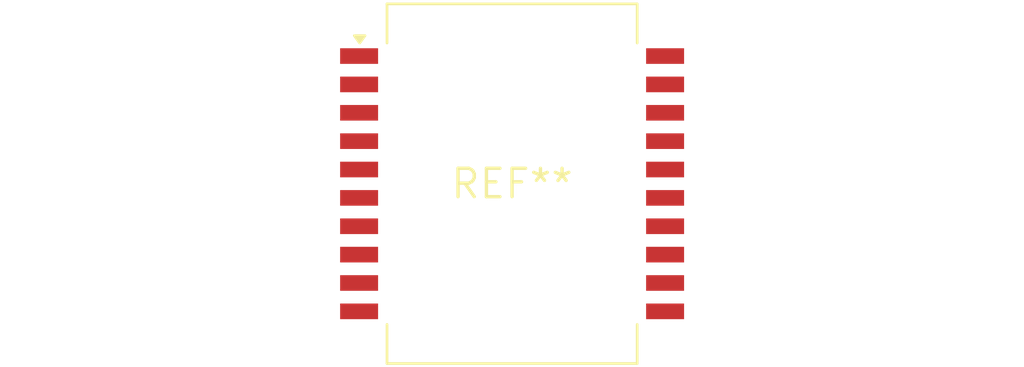
<source format=kicad_pcb>
(kicad_pcb (version 20240108) (generator pcbnew)
  (layers (0 "F.Cu" signal) (31 "B.Cu" signal) (34 "B.Paste" user) (35 "F.Paste" user) (36 "B.SilkS" user "B.Silkscreen") (37 "F.SilkS" user "F.Silkscreen") (38 "B.Mask" user) (39 "F.Mask" user) (44 "Edge.Cuts" user))
  (net 0 "")
  (footprint "HSOP-20-1EP_11.0x15.9mm_P1.27mm_SlugUp" (layer "F.Cu") (at 0 0)
    (property "Reference" "REF**")
    (property "Value" "HSOP-20-1EP_11.0x15.9mm_P1.27mm_SlugUp")
    (fp_line (start -5.6 -8.05) (end -5.6 -6.3) (layer "F.SilkS") (stroke (width 0.12)))
    (fp_line (start -5.6 8.05) (end -5.6 6.3) (layer "F.SilkS") (stroke (width 0.12)))
    (fp_line (start 5.6 -8.05) (end -5.6 -8.05) (layer "F.SilkS") (stroke (width 0.12)))
    (fp_line (start 5.6 -8.05) (end 5.6 -6.3) (layer "F.SilkS") (stroke (width 0.12)))
    (fp_line (start 5.6 8.05) (end -5.6 8.05) (layer "F.SilkS") (stroke (width 0.12)))
    (fp_line (start 5.6 8.05) (end 5.6 6.3) (layer "F.SilkS") (stroke (width 0.12)))
    (fp_poly (pts (xy -6.825 -6.3) (xy -7.065 -6.63) (xy -6.585 -6.63) (xy -6.825 -6.3)) (layer "F.SilkS") (stroke (width 0.12)) (fill solid))
    (pad "1" smd rect (at -6.85 -5.715) (size 1.7 0.7) (layers "F.Cu" "F.Paste" "F.Mask"))
    (pad "2" smd rect (at -6.85 -4.445) (size 1.7 0.7) (layers "F.Cu" "F.Paste" "F.Mask"))
    (pad "3" smd rect (at -6.85 -3.175) (size 1.7 0.7) (layers "F.Cu" "F.Paste" "F.Mask"))
    (pad "4" smd rect (at -6.85 -1.905) (size 1.7 0.7) (layers "F.Cu" "F.Paste" "F.Mask"))
    (pad "5" smd rect (at -6.85 -0.635) (size 1.7 0.7) (layers "F.Cu" "F.Paste" "F.Mask"))
    (pad "6" smd rect (at -6.85 0.635) (size 1.7 0.7) (layers "F.Cu" "F.Paste" "F.Mask"))
    (pad "7" smd rect (at -6.85 1.905) (size 1.7 0.7) (layers "F.Cu" "F.Paste" "F.Mask"))
    (pad "8" smd rect (at -6.85 3.175) (size 1.7 0.7) (layers "F.Cu" "F.Paste" "F.Mask"))
    (pad "9" smd rect (at -6.85 4.445) (size 1.7 0.7) (layers "F.Cu" "F.Paste" "F.Mask"))
    (pad "10" smd rect (at -6.85 5.715) (size 1.7 0.7) (layers "F.Cu" "F.Paste" "F.Mask"))
    (pad "11" smd rect (at 6.85 5.715) (size 1.7 0.7) (layers "F.Cu" "F.Paste" "F.Mask"))
    (pad "12" smd rect (at 6.85 4.445) (size 1.7 0.7) (layers "F.Cu" "F.Paste" "F.Mask"))
    (pad "13" smd rect (at 6.85 3.175) (size 1.7 0.7) (layers "F.Cu" "F.Paste" "F.Mask"))
    (pad "14" smd rect (at 6.85 1.905) (size 1.7 0.7) (layers "F.Cu" "F.Paste" "F.Mask"))
    (pad "15" smd rect (at 6.85 0.635) (size 1.7 0.7) (layers "F.Cu" "F.Paste" "F.Mask"))
    (pad "16" smd rect (at 6.85 -0.635) (size 1.7 0.7) (layers "F.Cu" "F.Paste" "F.Mask"))
    (pad "17" smd rect (at 6.85 -1.905) (size 1.7 0.7) (layers "F.Cu" "F.Paste" "F.Mask"))
    (pad "18" smd rect (at 6.85 -3.175) (size 1.7 0.7) (layers "F.Cu" "F.Paste" "F.Mask"))
    (pad "19" smd rect (at 6.85 -4.445) (size 1.7 0.7) (layers "F.Cu" "F.Paste" "F.Mask"))
    (pad "20" smd rect (at 6.85 -5.715) (size 1.7 0.7) (layers "F.Cu" "F.Paste" "F.Mask"))
  )
)
</source>
